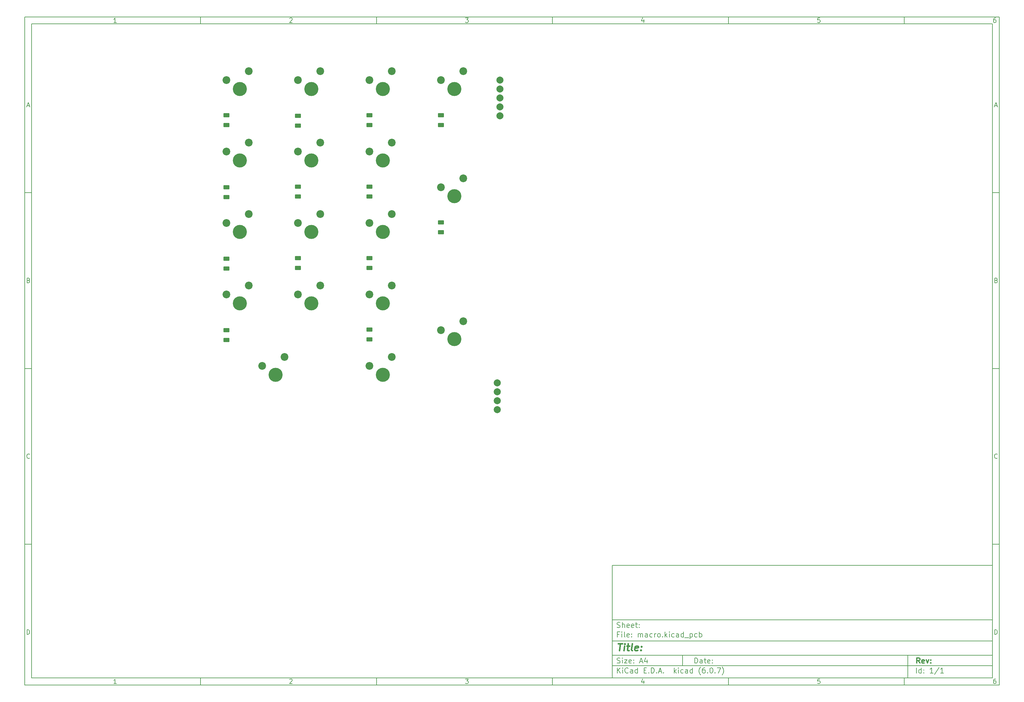
<source format=gbr>
%TF.GenerationSoftware,KiCad,Pcbnew,(6.0.7)*%
%TF.CreationDate,2022-08-16T17:25:39+02:00*%
%TF.ProjectId,macro,6d616372-6f2e-46b6-9963-61645f706362,rev?*%
%TF.SameCoordinates,Original*%
%TF.FileFunction,Soldermask,Top*%
%TF.FilePolarity,Negative*%
%FSLAX46Y46*%
G04 Gerber Fmt 4.6, Leading zero omitted, Abs format (unit mm)*
G04 Created by KiCad (PCBNEW (6.0.7)) date 2022-08-16 17:25:39*
%MOMM*%
%LPD*%
G01*
G04 APERTURE LIST*
G04 Aperture macros list*
%AMRoundRect*
0 Rectangle with rounded corners*
0 $1 Rounding radius*
0 $2 $3 $4 $5 $6 $7 $8 $9 X,Y pos of 4 corners*
0 Add a 4 corners polygon primitive as box body*
4,1,4,$2,$3,$4,$5,$6,$7,$8,$9,$2,$3,0*
0 Add four circle primitives for the rounded corners*
1,1,$1+$1,$2,$3*
1,1,$1+$1,$4,$5*
1,1,$1+$1,$6,$7*
1,1,$1+$1,$8,$9*
0 Add four rect primitives between the rounded corners*
20,1,$1+$1,$2,$3,$4,$5,0*
20,1,$1+$1,$4,$5,$6,$7,0*
20,1,$1+$1,$6,$7,$8,$9,0*
20,1,$1+$1,$8,$9,$2,$3,0*%
G04 Aperture macros list end*
%ADD10C,0.100000*%
%ADD11C,0.150000*%
%ADD12C,0.300000*%
%ADD13C,0.400000*%
%ADD14C,2.000000*%
%ADD15RoundRect,0.250000X0.625000X-0.375000X0.625000X0.375000X-0.625000X0.375000X-0.625000X-0.375000X0*%
%ADD16C,4.000000*%
%ADD17C,2.200000*%
G04 APERTURE END LIST*
D10*
D11*
X177002200Y-166007200D02*
X177002200Y-198007200D01*
X285002200Y-198007200D01*
X285002200Y-166007200D01*
X177002200Y-166007200D01*
D10*
D11*
X10000000Y-10000000D02*
X10000000Y-200007200D01*
X287002200Y-200007200D01*
X287002200Y-10000000D01*
X10000000Y-10000000D01*
D10*
D11*
X12000000Y-12000000D02*
X12000000Y-198007200D01*
X285002200Y-198007200D01*
X285002200Y-12000000D01*
X12000000Y-12000000D01*
D10*
D11*
X60000000Y-12000000D02*
X60000000Y-10000000D01*
D10*
D11*
X110000000Y-12000000D02*
X110000000Y-10000000D01*
D10*
D11*
X160000000Y-12000000D02*
X160000000Y-10000000D01*
D10*
D11*
X210000000Y-12000000D02*
X210000000Y-10000000D01*
D10*
D11*
X260000000Y-12000000D02*
X260000000Y-10000000D01*
D10*
D11*
X36065476Y-11588095D02*
X35322619Y-11588095D01*
X35694047Y-11588095D02*
X35694047Y-10288095D01*
X35570238Y-10473809D01*
X35446428Y-10597619D01*
X35322619Y-10659523D01*
D10*
D11*
X85322619Y-10411904D02*
X85384523Y-10350000D01*
X85508333Y-10288095D01*
X85817857Y-10288095D01*
X85941666Y-10350000D01*
X86003571Y-10411904D01*
X86065476Y-10535714D01*
X86065476Y-10659523D01*
X86003571Y-10845238D01*
X85260714Y-11588095D01*
X86065476Y-11588095D01*
D10*
D11*
X135260714Y-10288095D02*
X136065476Y-10288095D01*
X135632142Y-10783333D01*
X135817857Y-10783333D01*
X135941666Y-10845238D01*
X136003571Y-10907142D01*
X136065476Y-11030952D01*
X136065476Y-11340476D01*
X136003571Y-11464285D01*
X135941666Y-11526190D01*
X135817857Y-11588095D01*
X135446428Y-11588095D01*
X135322619Y-11526190D01*
X135260714Y-11464285D01*
D10*
D11*
X185941666Y-10721428D02*
X185941666Y-11588095D01*
X185632142Y-10226190D02*
X185322619Y-11154761D01*
X186127380Y-11154761D01*
D10*
D11*
X236003571Y-10288095D02*
X235384523Y-10288095D01*
X235322619Y-10907142D01*
X235384523Y-10845238D01*
X235508333Y-10783333D01*
X235817857Y-10783333D01*
X235941666Y-10845238D01*
X236003571Y-10907142D01*
X236065476Y-11030952D01*
X236065476Y-11340476D01*
X236003571Y-11464285D01*
X235941666Y-11526190D01*
X235817857Y-11588095D01*
X235508333Y-11588095D01*
X235384523Y-11526190D01*
X235322619Y-11464285D01*
D10*
D11*
X285941666Y-10288095D02*
X285694047Y-10288095D01*
X285570238Y-10350000D01*
X285508333Y-10411904D01*
X285384523Y-10597619D01*
X285322619Y-10845238D01*
X285322619Y-11340476D01*
X285384523Y-11464285D01*
X285446428Y-11526190D01*
X285570238Y-11588095D01*
X285817857Y-11588095D01*
X285941666Y-11526190D01*
X286003571Y-11464285D01*
X286065476Y-11340476D01*
X286065476Y-11030952D01*
X286003571Y-10907142D01*
X285941666Y-10845238D01*
X285817857Y-10783333D01*
X285570238Y-10783333D01*
X285446428Y-10845238D01*
X285384523Y-10907142D01*
X285322619Y-11030952D01*
D10*
D11*
X60000000Y-198007200D02*
X60000000Y-200007200D01*
D10*
D11*
X110000000Y-198007200D02*
X110000000Y-200007200D01*
D10*
D11*
X160000000Y-198007200D02*
X160000000Y-200007200D01*
D10*
D11*
X210000000Y-198007200D02*
X210000000Y-200007200D01*
D10*
D11*
X260000000Y-198007200D02*
X260000000Y-200007200D01*
D10*
D11*
X36065476Y-199595295D02*
X35322619Y-199595295D01*
X35694047Y-199595295D02*
X35694047Y-198295295D01*
X35570238Y-198481009D01*
X35446428Y-198604819D01*
X35322619Y-198666723D01*
D10*
D11*
X85322619Y-198419104D02*
X85384523Y-198357200D01*
X85508333Y-198295295D01*
X85817857Y-198295295D01*
X85941666Y-198357200D01*
X86003571Y-198419104D01*
X86065476Y-198542914D01*
X86065476Y-198666723D01*
X86003571Y-198852438D01*
X85260714Y-199595295D01*
X86065476Y-199595295D01*
D10*
D11*
X135260714Y-198295295D02*
X136065476Y-198295295D01*
X135632142Y-198790533D01*
X135817857Y-198790533D01*
X135941666Y-198852438D01*
X136003571Y-198914342D01*
X136065476Y-199038152D01*
X136065476Y-199347676D01*
X136003571Y-199471485D01*
X135941666Y-199533390D01*
X135817857Y-199595295D01*
X135446428Y-199595295D01*
X135322619Y-199533390D01*
X135260714Y-199471485D01*
D10*
D11*
X185941666Y-198728628D02*
X185941666Y-199595295D01*
X185632142Y-198233390D02*
X185322619Y-199161961D01*
X186127380Y-199161961D01*
D10*
D11*
X236003571Y-198295295D02*
X235384523Y-198295295D01*
X235322619Y-198914342D01*
X235384523Y-198852438D01*
X235508333Y-198790533D01*
X235817857Y-198790533D01*
X235941666Y-198852438D01*
X236003571Y-198914342D01*
X236065476Y-199038152D01*
X236065476Y-199347676D01*
X236003571Y-199471485D01*
X235941666Y-199533390D01*
X235817857Y-199595295D01*
X235508333Y-199595295D01*
X235384523Y-199533390D01*
X235322619Y-199471485D01*
D10*
D11*
X285941666Y-198295295D02*
X285694047Y-198295295D01*
X285570238Y-198357200D01*
X285508333Y-198419104D01*
X285384523Y-198604819D01*
X285322619Y-198852438D01*
X285322619Y-199347676D01*
X285384523Y-199471485D01*
X285446428Y-199533390D01*
X285570238Y-199595295D01*
X285817857Y-199595295D01*
X285941666Y-199533390D01*
X286003571Y-199471485D01*
X286065476Y-199347676D01*
X286065476Y-199038152D01*
X286003571Y-198914342D01*
X285941666Y-198852438D01*
X285817857Y-198790533D01*
X285570238Y-198790533D01*
X285446428Y-198852438D01*
X285384523Y-198914342D01*
X285322619Y-199038152D01*
D10*
D11*
X10000000Y-60000000D02*
X12000000Y-60000000D01*
D10*
D11*
X10000000Y-110000000D02*
X12000000Y-110000000D01*
D10*
D11*
X10000000Y-160000000D02*
X12000000Y-160000000D01*
D10*
D11*
X10690476Y-35216666D02*
X11309523Y-35216666D01*
X10566666Y-35588095D02*
X11000000Y-34288095D01*
X11433333Y-35588095D01*
D10*
D11*
X11092857Y-84907142D02*
X11278571Y-84969047D01*
X11340476Y-85030952D01*
X11402380Y-85154761D01*
X11402380Y-85340476D01*
X11340476Y-85464285D01*
X11278571Y-85526190D01*
X11154761Y-85588095D01*
X10659523Y-85588095D01*
X10659523Y-84288095D01*
X11092857Y-84288095D01*
X11216666Y-84350000D01*
X11278571Y-84411904D01*
X11340476Y-84535714D01*
X11340476Y-84659523D01*
X11278571Y-84783333D01*
X11216666Y-84845238D01*
X11092857Y-84907142D01*
X10659523Y-84907142D01*
D10*
D11*
X11402380Y-135464285D02*
X11340476Y-135526190D01*
X11154761Y-135588095D01*
X11030952Y-135588095D01*
X10845238Y-135526190D01*
X10721428Y-135402380D01*
X10659523Y-135278571D01*
X10597619Y-135030952D01*
X10597619Y-134845238D01*
X10659523Y-134597619D01*
X10721428Y-134473809D01*
X10845238Y-134350000D01*
X11030952Y-134288095D01*
X11154761Y-134288095D01*
X11340476Y-134350000D01*
X11402380Y-134411904D01*
D10*
D11*
X10659523Y-185588095D02*
X10659523Y-184288095D01*
X10969047Y-184288095D01*
X11154761Y-184350000D01*
X11278571Y-184473809D01*
X11340476Y-184597619D01*
X11402380Y-184845238D01*
X11402380Y-185030952D01*
X11340476Y-185278571D01*
X11278571Y-185402380D01*
X11154761Y-185526190D01*
X10969047Y-185588095D01*
X10659523Y-185588095D01*
D10*
D11*
X287002200Y-60000000D02*
X285002200Y-60000000D01*
D10*
D11*
X287002200Y-110000000D02*
X285002200Y-110000000D01*
D10*
D11*
X287002200Y-160000000D02*
X285002200Y-160000000D01*
D10*
D11*
X285692676Y-35216666D02*
X286311723Y-35216666D01*
X285568866Y-35588095D02*
X286002200Y-34288095D01*
X286435533Y-35588095D01*
D10*
D11*
X286095057Y-84907142D02*
X286280771Y-84969047D01*
X286342676Y-85030952D01*
X286404580Y-85154761D01*
X286404580Y-85340476D01*
X286342676Y-85464285D01*
X286280771Y-85526190D01*
X286156961Y-85588095D01*
X285661723Y-85588095D01*
X285661723Y-84288095D01*
X286095057Y-84288095D01*
X286218866Y-84350000D01*
X286280771Y-84411904D01*
X286342676Y-84535714D01*
X286342676Y-84659523D01*
X286280771Y-84783333D01*
X286218866Y-84845238D01*
X286095057Y-84907142D01*
X285661723Y-84907142D01*
D10*
D11*
X286404580Y-135464285D02*
X286342676Y-135526190D01*
X286156961Y-135588095D01*
X286033152Y-135588095D01*
X285847438Y-135526190D01*
X285723628Y-135402380D01*
X285661723Y-135278571D01*
X285599819Y-135030952D01*
X285599819Y-134845238D01*
X285661723Y-134597619D01*
X285723628Y-134473809D01*
X285847438Y-134350000D01*
X286033152Y-134288095D01*
X286156961Y-134288095D01*
X286342676Y-134350000D01*
X286404580Y-134411904D01*
D10*
D11*
X285661723Y-185588095D02*
X285661723Y-184288095D01*
X285971247Y-184288095D01*
X286156961Y-184350000D01*
X286280771Y-184473809D01*
X286342676Y-184597619D01*
X286404580Y-184845238D01*
X286404580Y-185030952D01*
X286342676Y-185278571D01*
X286280771Y-185402380D01*
X286156961Y-185526190D01*
X285971247Y-185588095D01*
X285661723Y-185588095D01*
D10*
D11*
X200434342Y-193785771D02*
X200434342Y-192285771D01*
X200791485Y-192285771D01*
X201005771Y-192357200D01*
X201148628Y-192500057D01*
X201220057Y-192642914D01*
X201291485Y-192928628D01*
X201291485Y-193142914D01*
X201220057Y-193428628D01*
X201148628Y-193571485D01*
X201005771Y-193714342D01*
X200791485Y-193785771D01*
X200434342Y-193785771D01*
X202577200Y-193785771D02*
X202577200Y-193000057D01*
X202505771Y-192857200D01*
X202362914Y-192785771D01*
X202077200Y-192785771D01*
X201934342Y-192857200D01*
X202577200Y-193714342D02*
X202434342Y-193785771D01*
X202077200Y-193785771D01*
X201934342Y-193714342D01*
X201862914Y-193571485D01*
X201862914Y-193428628D01*
X201934342Y-193285771D01*
X202077200Y-193214342D01*
X202434342Y-193214342D01*
X202577200Y-193142914D01*
X203077200Y-192785771D02*
X203648628Y-192785771D01*
X203291485Y-192285771D02*
X203291485Y-193571485D01*
X203362914Y-193714342D01*
X203505771Y-193785771D01*
X203648628Y-193785771D01*
X204720057Y-193714342D02*
X204577200Y-193785771D01*
X204291485Y-193785771D01*
X204148628Y-193714342D01*
X204077200Y-193571485D01*
X204077200Y-193000057D01*
X204148628Y-192857200D01*
X204291485Y-192785771D01*
X204577200Y-192785771D01*
X204720057Y-192857200D01*
X204791485Y-193000057D01*
X204791485Y-193142914D01*
X204077200Y-193285771D01*
X205434342Y-193642914D02*
X205505771Y-193714342D01*
X205434342Y-193785771D01*
X205362914Y-193714342D01*
X205434342Y-193642914D01*
X205434342Y-193785771D01*
X205434342Y-192857200D02*
X205505771Y-192928628D01*
X205434342Y-193000057D01*
X205362914Y-192928628D01*
X205434342Y-192857200D01*
X205434342Y-193000057D01*
D10*
D11*
X177002200Y-194507200D02*
X285002200Y-194507200D01*
D10*
D11*
X178434342Y-196585771D02*
X178434342Y-195085771D01*
X179291485Y-196585771D02*
X178648628Y-195728628D01*
X179291485Y-195085771D02*
X178434342Y-195942914D01*
X179934342Y-196585771D02*
X179934342Y-195585771D01*
X179934342Y-195085771D02*
X179862914Y-195157200D01*
X179934342Y-195228628D01*
X180005771Y-195157200D01*
X179934342Y-195085771D01*
X179934342Y-195228628D01*
X181505771Y-196442914D02*
X181434342Y-196514342D01*
X181220057Y-196585771D01*
X181077200Y-196585771D01*
X180862914Y-196514342D01*
X180720057Y-196371485D01*
X180648628Y-196228628D01*
X180577200Y-195942914D01*
X180577200Y-195728628D01*
X180648628Y-195442914D01*
X180720057Y-195300057D01*
X180862914Y-195157200D01*
X181077200Y-195085771D01*
X181220057Y-195085771D01*
X181434342Y-195157200D01*
X181505771Y-195228628D01*
X182791485Y-196585771D02*
X182791485Y-195800057D01*
X182720057Y-195657200D01*
X182577200Y-195585771D01*
X182291485Y-195585771D01*
X182148628Y-195657200D01*
X182791485Y-196514342D02*
X182648628Y-196585771D01*
X182291485Y-196585771D01*
X182148628Y-196514342D01*
X182077200Y-196371485D01*
X182077200Y-196228628D01*
X182148628Y-196085771D01*
X182291485Y-196014342D01*
X182648628Y-196014342D01*
X182791485Y-195942914D01*
X184148628Y-196585771D02*
X184148628Y-195085771D01*
X184148628Y-196514342D02*
X184005771Y-196585771D01*
X183720057Y-196585771D01*
X183577200Y-196514342D01*
X183505771Y-196442914D01*
X183434342Y-196300057D01*
X183434342Y-195871485D01*
X183505771Y-195728628D01*
X183577200Y-195657200D01*
X183720057Y-195585771D01*
X184005771Y-195585771D01*
X184148628Y-195657200D01*
X186005771Y-195800057D02*
X186505771Y-195800057D01*
X186720057Y-196585771D02*
X186005771Y-196585771D01*
X186005771Y-195085771D01*
X186720057Y-195085771D01*
X187362914Y-196442914D02*
X187434342Y-196514342D01*
X187362914Y-196585771D01*
X187291485Y-196514342D01*
X187362914Y-196442914D01*
X187362914Y-196585771D01*
X188077200Y-196585771D02*
X188077200Y-195085771D01*
X188434342Y-195085771D01*
X188648628Y-195157200D01*
X188791485Y-195300057D01*
X188862914Y-195442914D01*
X188934342Y-195728628D01*
X188934342Y-195942914D01*
X188862914Y-196228628D01*
X188791485Y-196371485D01*
X188648628Y-196514342D01*
X188434342Y-196585771D01*
X188077200Y-196585771D01*
X189577200Y-196442914D02*
X189648628Y-196514342D01*
X189577200Y-196585771D01*
X189505771Y-196514342D01*
X189577200Y-196442914D01*
X189577200Y-196585771D01*
X190220057Y-196157200D02*
X190934342Y-196157200D01*
X190077200Y-196585771D02*
X190577200Y-195085771D01*
X191077200Y-196585771D01*
X191577200Y-196442914D02*
X191648628Y-196514342D01*
X191577200Y-196585771D01*
X191505771Y-196514342D01*
X191577200Y-196442914D01*
X191577200Y-196585771D01*
X194577200Y-196585771D02*
X194577200Y-195085771D01*
X194720057Y-196014342D02*
X195148628Y-196585771D01*
X195148628Y-195585771D02*
X194577200Y-196157200D01*
X195791485Y-196585771D02*
X195791485Y-195585771D01*
X195791485Y-195085771D02*
X195720057Y-195157200D01*
X195791485Y-195228628D01*
X195862914Y-195157200D01*
X195791485Y-195085771D01*
X195791485Y-195228628D01*
X197148628Y-196514342D02*
X197005771Y-196585771D01*
X196720057Y-196585771D01*
X196577200Y-196514342D01*
X196505771Y-196442914D01*
X196434342Y-196300057D01*
X196434342Y-195871485D01*
X196505771Y-195728628D01*
X196577200Y-195657200D01*
X196720057Y-195585771D01*
X197005771Y-195585771D01*
X197148628Y-195657200D01*
X198434342Y-196585771D02*
X198434342Y-195800057D01*
X198362914Y-195657200D01*
X198220057Y-195585771D01*
X197934342Y-195585771D01*
X197791485Y-195657200D01*
X198434342Y-196514342D02*
X198291485Y-196585771D01*
X197934342Y-196585771D01*
X197791485Y-196514342D01*
X197720057Y-196371485D01*
X197720057Y-196228628D01*
X197791485Y-196085771D01*
X197934342Y-196014342D01*
X198291485Y-196014342D01*
X198434342Y-195942914D01*
X199791485Y-196585771D02*
X199791485Y-195085771D01*
X199791485Y-196514342D02*
X199648628Y-196585771D01*
X199362914Y-196585771D01*
X199220057Y-196514342D01*
X199148628Y-196442914D01*
X199077200Y-196300057D01*
X199077200Y-195871485D01*
X199148628Y-195728628D01*
X199220057Y-195657200D01*
X199362914Y-195585771D01*
X199648628Y-195585771D01*
X199791485Y-195657200D01*
X202077200Y-197157200D02*
X202005771Y-197085771D01*
X201862914Y-196871485D01*
X201791485Y-196728628D01*
X201720057Y-196514342D01*
X201648628Y-196157200D01*
X201648628Y-195871485D01*
X201720057Y-195514342D01*
X201791485Y-195300057D01*
X201862914Y-195157200D01*
X202005771Y-194942914D01*
X202077200Y-194871485D01*
X203291485Y-195085771D02*
X203005771Y-195085771D01*
X202862914Y-195157200D01*
X202791485Y-195228628D01*
X202648628Y-195442914D01*
X202577200Y-195728628D01*
X202577200Y-196300057D01*
X202648628Y-196442914D01*
X202720057Y-196514342D01*
X202862914Y-196585771D01*
X203148628Y-196585771D01*
X203291485Y-196514342D01*
X203362914Y-196442914D01*
X203434342Y-196300057D01*
X203434342Y-195942914D01*
X203362914Y-195800057D01*
X203291485Y-195728628D01*
X203148628Y-195657200D01*
X202862914Y-195657200D01*
X202720057Y-195728628D01*
X202648628Y-195800057D01*
X202577200Y-195942914D01*
X204077200Y-196442914D02*
X204148628Y-196514342D01*
X204077200Y-196585771D01*
X204005771Y-196514342D01*
X204077200Y-196442914D01*
X204077200Y-196585771D01*
X205077200Y-195085771D02*
X205220057Y-195085771D01*
X205362914Y-195157200D01*
X205434342Y-195228628D01*
X205505771Y-195371485D01*
X205577200Y-195657200D01*
X205577200Y-196014342D01*
X205505771Y-196300057D01*
X205434342Y-196442914D01*
X205362914Y-196514342D01*
X205220057Y-196585771D01*
X205077200Y-196585771D01*
X204934342Y-196514342D01*
X204862914Y-196442914D01*
X204791485Y-196300057D01*
X204720057Y-196014342D01*
X204720057Y-195657200D01*
X204791485Y-195371485D01*
X204862914Y-195228628D01*
X204934342Y-195157200D01*
X205077200Y-195085771D01*
X206220057Y-196442914D02*
X206291485Y-196514342D01*
X206220057Y-196585771D01*
X206148628Y-196514342D01*
X206220057Y-196442914D01*
X206220057Y-196585771D01*
X206791485Y-195085771D02*
X207791485Y-195085771D01*
X207148628Y-196585771D01*
X208220057Y-197157200D02*
X208291485Y-197085771D01*
X208434342Y-196871485D01*
X208505771Y-196728628D01*
X208577200Y-196514342D01*
X208648628Y-196157200D01*
X208648628Y-195871485D01*
X208577200Y-195514342D01*
X208505771Y-195300057D01*
X208434342Y-195157200D01*
X208291485Y-194942914D01*
X208220057Y-194871485D01*
D10*
D11*
X177002200Y-191507200D02*
X285002200Y-191507200D01*
D10*
D12*
X264411485Y-193785771D02*
X263911485Y-193071485D01*
X263554342Y-193785771D02*
X263554342Y-192285771D01*
X264125771Y-192285771D01*
X264268628Y-192357200D01*
X264340057Y-192428628D01*
X264411485Y-192571485D01*
X264411485Y-192785771D01*
X264340057Y-192928628D01*
X264268628Y-193000057D01*
X264125771Y-193071485D01*
X263554342Y-193071485D01*
X265625771Y-193714342D02*
X265482914Y-193785771D01*
X265197200Y-193785771D01*
X265054342Y-193714342D01*
X264982914Y-193571485D01*
X264982914Y-193000057D01*
X265054342Y-192857200D01*
X265197200Y-192785771D01*
X265482914Y-192785771D01*
X265625771Y-192857200D01*
X265697200Y-193000057D01*
X265697200Y-193142914D01*
X264982914Y-193285771D01*
X266197200Y-192785771D02*
X266554342Y-193785771D01*
X266911485Y-192785771D01*
X267482914Y-193642914D02*
X267554342Y-193714342D01*
X267482914Y-193785771D01*
X267411485Y-193714342D01*
X267482914Y-193642914D01*
X267482914Y-193785771D01*
X267482914Y-192857200D02*
X267554342Y-192928628D01*
X267482914Y-193000057D01*
X267411485Y-192928628D01*
X267482914Y-192857200D01*
X267482914Y-193000057D01*
D10*
D11*
X178362914Y-193714342D02*
X178577200Y-193785771D01*
X178934342Y-193785771D01*
X179077200Y-193714342D01*
X179148628Y-193642914D01*
X179220057Y-193500057D01*
X179220057Y-193357200D01*
X179148628Y-193214342D01*
X179077200Y-193142914D01*
X178934342Y-193071485D01*
X178648628Y-193000057D01*
X178505771Y-192928628D01*
X178434342Y-192857200D01*
X178362914Y-192714342D01*
X178362914Y-192571485D01*
X178434342Y-192428628D01*
X178505771Y-192357200D01*
X178648628Y-192285771D01*
X179005771Y-192285771D01*
X179220057Y-192357200D01*
X179862914Y-193785771D02*
X179862914Y-192785771D01*
X179862914Y-192285771D02*
X179791485Y-192357200D01*
X179862914Y-192428628D01*
X179934342Y-192357200D01*
X179862914Y-192285771D01*
X179862914Y-192428628D01*
X180434342Y-192785771D02*
X181220057Y-192785771D01*
X180434342Y-193785771D01*
X181220057Y-193785771D01*
X182362914Y-193714342D02*
X182220057Y-193785771D01*
X181934342Y-193785771D01*
X181791485Y-193714342D01*
X181720057Y-193571485D01*
X181720057Y-193000057D01*
X181791485Y-192857200D01*
X181934342Y-192785771D01*
X182220057Y-192785771D01*
X182362914Y-192857200D01*
X182434342Y-193000057D01*
X182434342Y-193142914D01*
X181720057Y-193285771D01*
X183077200Y-193642914D02*
X183148628Y-193714342D01*
X183077200Y-193785771D01*
X183005771Y-193714342D01*
X183077200Y-193642914D01*
X183077200Y-193785771D01*
X183077200Y-192857200D02*
X183148628Y-192928628D01*
X183077200Y-193000057D01*
X183005771Y-192928628D01*
X183077200Y-192857200D01*
X183077200Y-193000057D01*
X184862914Y-193357200D02*
X185577200Y-193357200D01*
X184720057Y-193785771D02*
X185220057Y-192285771D01*
X185720057Y-193785771D01*
X186862914Y-192785771D02*
X186862914Y-193785771D01*
X186505771Y-192214342D02*
X186148628Y-193285771D01*
X187077200Y-193285771D01*
D10*
D11*
X263434342Y-196585771D02*
X263434342Y-195085771D01*
X264791485Y-196585771D02*
X264791485Y-195085771D01*
X264791485Y-196514342D02*
X264648628Y-196585771D01*
X264362914Y-196585771D01*
X264220057Y-196514342D01*
X264148628Y-196442914D01*
X264077200Y-196300057D01*
X264077200Y-195871485D01*
X264148628Y-195728628D01*
X264220057Y-195657200D01*
X264362914Y-195585771D01*
X264648628Y-195585771D01*
X264791485Y-195657200D01*
X265505771Y-196442914D02*
X265577200Y-196514342D01*
X265505771Y-196585771D01*
X265434342Y-196514342D01*
X265505771Y-196442914D01*
X265505771Y-196585771D01*
X265505771Y-195657200D02*
X265577200Y-195728628D01*
X265505771Y-195800057D01*
X265434342Y-195728628D01*
X265505771Y-195657200D01*
X265505771Y-195800057D01*
X268148628Y-196585771D02*
X267291485Y-196585771D01*
X267720057Y-196585771D02*
X267720057Y-195085771D01*
X267577200Y-195300057D01*
X267434342Y-195442914D01*
X267291485Y-195514342D01*
X269862914Y-195014342D02*
X268577200Y-196942914D01*
X271148628Y-196585771D02*
X270291485Y-196585771D01*
X270720057Y-196585771D02*
X270720057Y-195085771D01*
X270577200Y-195300057D01*
X270434342Y-195442914D01*
X270291485Y-195514342D01*
D10*
D11*
X177002200Y-187507200D02*
X285002200Y-187507200D01*
D10*
D13*
X178714580Y-188211961D02*
X179857438Y-188211961D01*
X179036009Y-190211961D02*
X179286009Y-188211961D01*
X180274104Y-190211961D02*
X180440771Y-188878628D01*
X180524104Y-188211961D02*
X180416961Y-188307200D01*
X180500295Y-188402438D01*
X180607438Y-188307200D01*
X180524104Y-188211961D01*
X180500295Y-188402438D01*
X181107438Y-188878628D02*
X181869342Y-188878628D01*
X181476485Y-188211961D02*
X181262200Y-189926247D01*
X181333628Y-190116723D01*
X181512200Y-190211961D01*
X181702676Y-190211961D01*
X182655057Y-190211961D02*
X182476485Y-190116723D01*
X182405057Y-189926247D01*
X182619342Y-188211961D01*
X184190771Y-190116723D02*
X183988390Y-190211961D01*
X183607438Y-190211961D01*
X183428866Y-190116723D01*
X183357438Y-189926247D01*
X183452676Y-189164342D01*
X183571723Y-188973866D01*
X183774104Y-188878628D01*
X184155057Y-188878628D01*
X184333628Y-188973866D01*
X184405057Y-189164342D01*
X184381247Y-189354819D01*
X183405057Y-189545295D01*
X185155057Y-190021485D02*
X185238390Y-190116723D01*
X185131247Y-190211961D01*
X185047914Y-190116723D01*
X185155057Y-190021485D01*
X185131247Y-190211961D01*
X185286009Y-188973866D02*
X185369342Y-189069104D01*
X185262200Y-189164342D01*
X185178866Y-189069104D01*
X185286009Y-188973866D01*
X185262200Y-189164342D01*
D10*
D11*
X178934342Y-185600057D02*
X178434342Y-185600057D01*
X178434342Y-186385771D02*
X178434342Y-184885771D01*
X179148628Y-184885771D01*
X179720057Y-186385771D02*
X179720057Y-185385771D01*
X179720057Y-184885771D02*
X179648628Y-184957200D01*
X179720057Y-185028628D01*
X179791485Y-184957200D01*
X179720057Y-184885771D01*
X179720057Y-185028628D01*
X180648628Y-186385771D02*
X180505771Y-186314342D01*
X180434342Y-186171485D01*
X180434342Y-184885771D01*
X181791485Y-186314342D02*
X181648628Y-186385771D01*
X181362914Y-186385771D01*
X181220057Y-186314342D01*
X181148628Y-186171485D01*
X181148628Y-185600057D01*
X181220057Y-185457200D01*
X181362914Y-185385771D01*
X181648628Y-185385771D01*
X181791485Y-185457200D01*
X181862914Y-185600057D01*
X181862914Y-185742914D01*
X181148628Y-185885771D01*
X182505771Y-186242914D02*
X182577200Y-186314342D01*
X182505771Y-186385771D01*
X182434342Y-186314342D01*
X182505771Y-186242914D01*
X182505771Y-186385771D01*
X182505771Y-185457200D02*
X182577200Y-185528628D01*
X182505771Y-185600057D01*
X182434342Y-185528628D01*
X182505771Y-185457200D01*
X182505771Y-185600057D01*
X184362914Y-186385771D02*
X184362914Y-185385771D01*
X184362914Y-185528628D02*
X184434342Y-185457200D01*
X184577200Y-185385771D01*
X184791485Y-185385771D01*
X184934342Y-185457200D01*
X185005771Y-185600057D01*
X185005771Y-186385771D01*
X185005771Y-185600057D02*
X185077200Y-185457200D01*
X185220057Y-185385771D01*
X185434342Y-185385771D01*
X185577200Y-185457200D01*
X185648628Y-185600057D01*
X185648628Y-186385771D01*
X187005771Y-186385771D02*
X187005771Y-185600057D01*
X186934342Y-185457200D01*
X186791485Y-185385771D01*
X186505771Y-185385771D01*
X186362914Y-185457200D01*
X187005771Y-186314342D02*
X186862914Y-186385771D01*
X186505771Y-186385771D01*
X186362914Y-186314342D01*
X186291485Y-186171485D01*
X186291485Y-186028628D01*
X186362914Y-185885771D01*
X186505771Y-185814342D01*
X186862914Y-185814342D01*
X187005771Y-185742914D01*
X188362914Y-186314342D02*
X188220057Y-186385771D01*
X187934342Y-186385771D01*
X187791485Y-186314342D01*
X187720057Y-186242914D01*
X187648628Y-186100057D01*
X187648628Y-185671485D01*
X187720057Y-185528628D01*
X187791485Y-185457200D01*
X187934342Y-185385771D01*
X188220057Y-185385771D01*
X188362914Y-185457200D01*
X189005771Y-186385771D02*
X189005771Y-185385771D01*
X189005771Y-185671485D02*
X189077200Y-185528628D01*
X189148628Y-185457200D01*
X189291485Y-185385771D01*
X189434342Y-185385771D01*
X190148628Y-186385771D02*
X190005771Y-186314342D01*
X189934342Y-186242914D01*
X189862914Y-186100057D01*
X189862914Y-185671485D01*
X189934342Y-185528628D01*
X190005771Y-185457200D01*
X190148628Y-185385771D01*
X190362914Y-185385771D01*
X190505771Y-185457200D01*
X190577200Y-185528628D01*
X190648628Y-185671485D01*
X190648628Y-186100057D01*
X190577200Y-186242914D01*
X190505771Y-186314342D01*
X190362914Y-186385771D01*
X190148628Y-186385771D01*
X191291485Y-186242914D02*
X191362914Y-186314342D01*
X191291485Y-186385771D01*
X191220057Y-186314342D01*
X191291485Y-186242914D01*
X191291485Y-186385771D01*
X192005771Y-186385771D02*
X192005771Y-184885771D01*
X192148628Y-185814342D02*
X192577200Y-186385771D01*
X192577200Y-185385771D02*
X192005771Y-185957200D01*
X193220057Y-186385771D02*
X193220057Y-185385771D01*
X193220057Y-184885771D02*
X193148628Y-184957200D01*
X193220057Y-185028628D01*
X193291485Y-184957200D01*
X193220057Y-184885771D01*
X193220057Y-185028628D01*
X194577200Y-186314342D02*
X194434342Y-186385771D01*
X194148628Y-186385771D01*
X194005771Y-186314342D01*
X193934342Y-186242914D01*
X193862914Y-186100057D01*
X193862914Y-185671485D01*
X193934342Y-185528628D01*
X194005771Y-185457200D01*
X194148628Y-185385771D01*
X194434342Y-185385771D01*
X194577200Y-185457200D01*
X195862914Y-186385771D02*
X195862914Y-185600057D01*
X195791485Y-185457200D01*
X195648628Y-185385771D01*
X195362914Y-185385771D01*
X195220057Y-185457200D01*
X195862914Y-186314342D02*
X195720057Y-186385771D01*
X195362914Y-186385771D01*
X195220057Y-186314342D01*
X195148628Y-186171485D01*
X195148628Y-186028628D01*
X195220057Y-185885771D01*
X195362914Y-185814342D01*
X195720057Y-185814342D01*
X195862914Y-185742914D01*
X197220057Y-186385771D02*
X197220057Y-184885771D01*
X197220057Y-186314342D02*
X197077200Y-186385771D01*
X196791485Y-186385771D01*
X196648628Y-186314342D01*
X196577200Y-186242914D01*
X196505771Y-186100057D01*
X196505771Y-185671485D01*
X196577200Y-185528628D01*
X196648628Y-185457200D01*
X196791485Y-185385771D01*
X197077200Y-185385771D01*
X197220057Y-185457200D01*
X197577200Y-186528628D02*
X198720057Y-186528628D01*
X199077200Y-185385771D02*
X199077200Y-186885771D01*
X199077200Y-185457200D02*
X199220057Y-185385771D01*
X199505771Y-185385771D01*
X199648628Y-185457200D01*
X199720057Y-185528628D01*
X199791485Y-185671485D01*
X199791485Y-186100057D01*
X199720057Y-186242914D01*
X199648628Y-186314342D01*
X199505771Y-186385771D01*
X199220057Y-186385771D01*
X199077200Y-186314342D01*
X201077200Y-186314342D02*
X200934342Y-186385771D01*
X200648628Y-186385771D01*
X200505771Y-186314342D01*
X200434342Y-186242914D01*
X200362914Y-186100057D01*
X200362914Y-185671485D01*
X200434342Y-185528628D01*
X200505771Y-185457200D01*
X200648628Y-185385771D01*
X200934342Y-185385771D01*
X201077200Y-185457200D01*
X201720057Y-186385771D02*
X201720057Y-184885771D01*
X201720057Y-185457200D02*
X201862914Y-185385771D01*
X202148628Y-185385771D01*
X202291485Y-185457200D01*
X202362914Y-185528628D01*
X202434342Y-185671485D01*
X202434342Y-186100057D01*
X202362914Y-186242914D01*
X202291485Y-186314342D01*
X202148628Y-186385771D01*
X201862914Y-186385771D01*
X201720057Y-186314342D01*
D10*
D11*
X177002200Y-181507200D02*
X285002200Y-181507200D01*
D10*
D11*
X178362914Y-183614342D02*
X178577200Y-183685771D01*
X178934342Y-183685771D01*
X179077200Y-183614342D01*
X179148628Y-183542914D01*
X179220057Y-183400057D01*
X179220057Y-183257200D01*
X179148628Y-183114342D01*
X179077200Y-183042914D01*
X178934342Y-182971485D01*
X178648628Y-182900057D01*
X178505771Y-182828628D01*
X178434342Y-182757200D01*
X178362914Y-182614342D01*
X178362914Y-182471485D01*
X178434342Y-182328628D01*
X178505771Y-182257200D01*
X178648628Y-182185771D01*
X179005771Y-182185771D01*
X179220057Y-182257200D01*
X179862914Y-183685771D02*
X179862914Y-182185771D01*
X180505771Y-183685771D02*
X180505771Y-182900057D01*
X180434342Y-182757200D01*
X180291485Y-182685771D01*
X180077200Y-182685771D01*
X179934342Y-182757200D01*
X179862914Y-182828628D01*
X181791485Y-183614342D02*
X181648628Y-183685771D01*
X181362914Y-183685771D01*
X181220057Y-183614342D01*
X181148628Y-183471485D01*
X181148628Y-182900057D01*
X181220057Y-182757200D01*
X181362914Y-182685771D01*
X181648628Y-182685771D01*
X181791485Y-182757200D01*
X181862914Y-182900057D01*
X181862914Y-183042914D01*
X181148628Y-183185771D01*
X183077200Y-183614342D02*
X182934342Y-183685771D01*
X182648628Y-183685771D01*
X182505771Y-183614342D01*
X182434342Y-183471485D01*
X182434342Y-182900057D01*
X182505771Y-182757200D01*
X182648628Y-182685771D01*
X182934342Y-182685771D01*
X183077200Y-182757200D01*
X183148628Y-182900057D01*
X183148628Y-183042914D01*
X182434342Y-183185771D01*
X183577200Y-182685771D02*
X184148628Y-182685771D01*
X183791485Y-182185771D02*
X183791485Y-183471485D01*
X183862914Y-183614342D01*
X184005771Y-183685771D01*
X184148628Y-183685771D01*
X184648628Y-183542914D02*
X184720057Y-183614342D01*
X184648628Y-183685771D01*
X184577200Y-183614342D01*
X184648628Y-183542914D01*
X184648628Y-183685771D01*
X184648628Y-182757200D02*
X184720057Y-182828628D01*
X184648628Y-182900057D01*
X184577200Y-182828628D01*
X184648628Y-182757200D01*
X184648628Y-182900057D01*
D10*
D12*
D10*
D11*
D10*
D11*
D10*
D11*
D10*
D11*
D10*
D11*
X197002200Y-191507200D02*
X197002200Y-194507200D01*
D10*
D11*
X261002200Y-191507200D02*
X261002200Y-198007200D01*
D14*
%TO.C,*%
X145034000Y-27940000D03*
%TD*%
%TO.C,*%
X145034000Y-38100000D03*
%TD*%
%TO.C,*%
X145034000Y-35560000D03*
%TD*%
%TO.C,*%
X145034000Y-33020000D03*
%TD*%
%TO.C,*%
X145034000Y-30480000D03*
%TD*%
%TO.C,*%
X144272000Y-114046000D03*
%TD*%
%TO.C,*%
X144272000Y-121666000D03*
%TD*%
%TO.C,*%
X144272000Y-119126000D03*
%TD*%
%TO.C,*%
X144272000Y-116586000D03*
%TD*%
D15*
%TO.C,Diode*%
X107950000Y-101730000D03*
X107950000Y-98930000D03*
%TD*%
%TO.C,Diode*%
X128270000Y-71250000D03*
X128270000Y-68450000D03*
%TD*%
%TO.C,Diode*%
X107950000Y-81410000D03*
X107950000Y-78610000D03*
%TD*%
%TO.C,Diode*%
X87630000Y-81410000D03*
X87630000Y-78610000D03*
%TD*%
%TO.C,Diode*%
X107950000Y-61090000D03*
X107950000Y-58290000D03*
%TD*%
%TO.C,Diode*%
X87630000Y-61090000D03*
X87630000Y-58290000D03*
%TD*%
%TO.C,Diode*%
X128270000Y-40770000D03*
X128270000Y-37970000D03*
%TD*%
%TO.C,Diode*%
X107950000Y-40770000D03*
X107950000Y-37970000D03*
%TD*%
%TO.C,Diode*%
X87630000Y-40900000D03*
X87630000Y-38100000D03*
%TD*%
%TO.C,Diode*%
X67310000Y-101860000D03*
X67310000Y-99060000D03*
%TD*%
%TO.C,Diode*%
X67310000Y-81540000D03*
X67310000Y-78740000D03*
%TD*%
%TO.C,Diode*%
X67310000Y-61220000D03*
X67310000Y-58420000D03*
%TD*%
%TO.C,Diode*%
X67310000Y-40770000D03*
X67310000Y-37970000D03*
%TD*%
D16*
%TO.C,0*%
X81280000Y-111760000D03*
D17*
X83820000Y-106680000D03*
X77470000Y-109220000D03*
%TD*%
D16*
%TO.C,=*%
X132080000Y-101600000D03*
D17*
X134620000Y-96520000D03*
X128270000Y-99060000D03*
%TD*%
D16*
%TO.C,+*%
X132080000Y-60960000D03*
D17*
X134620000Y-55880000D03*
X128270000Y-58420000D03*
%TD*%
%TO.C,.*%
X107950000Y-109220000D03*
X114300000Y-106680000D03*
D16*
X111760000Y-111760000D03*
%TD*%
%TO.C,-*%
X132080000Y-30480000D03*
D17*
X134620000Y-25400000D03*
X128270000Y-27940000D03*
%TD*%
%TO.C,\u002A*%
X107950000Y-27940000D03*
X114300000Y-25400000D03*
D16*
X111760000Y-30480000D03*
%TD*%
%TO.C,/*%
X91440000Y-30480000D03*
D17*
X93980000Y-25400000D03*
X87630000Y-27940000D03*
%TD*%
D16*
%TO.C,Macro Key*%
X71120000Y-30480000D03*
D17*
X73660000Y-25400000D03*
X67310000Y-27940000D03*
%TD*%
D16*
%TO.C,2*%
X91440000Y-91440000D03*
D17*
X93980000Y-86360000D03*
X87630000Y-88900000D03*
%TD*%
D16*
%TO.C,1*%
X71120000Y-91440000D03*
D17*
X73660000Y-86360000D03*
X67310000Y-88900000D03*
%TD*%
D16*
%TO.C,3*%
X111760000Y-91440000D03*
D17*
X114300000Y-86360000D03*
X107950000Y-88900000D03*
%TD*%
D16*
%TO.C,6*%
X111760000Y-71120000D03*
D17*
X114300000Y-66040000D03*
X107950000Y-68580000D03*
%TD*%
D16*
%TO.C,5*%
X91440000Y-71120000D03*
D17*
X93980000Y-66040000D03*
X87630000Y-68580000D03*
%TD*%
D16*
%TO.C,4*%
X71120000Y-71120000D03*
D17*
X73660000Y-66040000D03*
X67310000Y-68580000D03*
%TD*%
D16*
%TO.C,9*%
X111760000Y-50800000D03*
D17*
X114300000Y-45720000D03*
X107950000Y-48260000D03*
%TD*%
D16*
%TO.C,8*%
X91440000Y-50800000D03*
D17*
X93980000Y-45720000D03*
X87630000Y-48260000D03*
%TD*%
D16*
%TO.C,7*%
X71120000Y-50800000D03*
D17*
X73660000Y-45720000D03*
X67310000Y-48260000D03*
%TD*%
M02*

</source>
